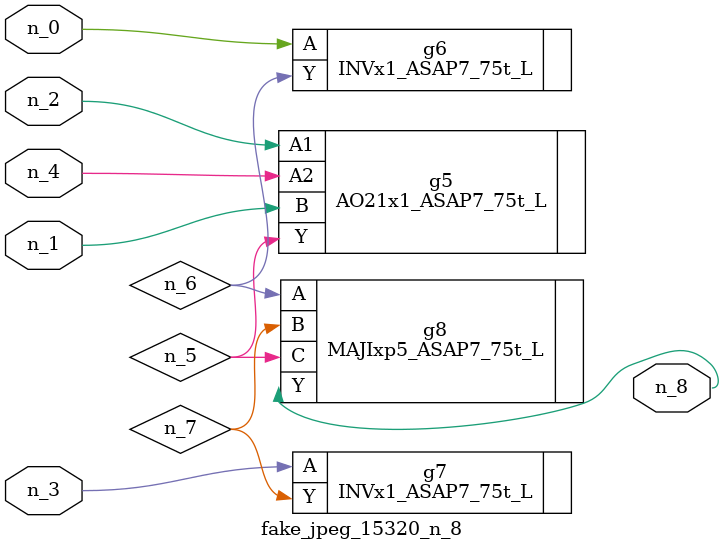
<source format=v>
module fake_jpeg_15320_n_8 (n_3, n_2, n_1, n_0, n_4, n_8);

input n_3;
input n_2;
input n_1;
input n_0;
input n_4;

output n_8;

wire n_6;
wire n_5;
wire n_7;

AO21x1_ASAP7_75t_L g5 ( 
.A1(n_2),
.A2(n_4),
.B(n_1),
.Y(n_5)
);

INVx1_ASAP7_75t_L g6 ( 
.A(n_0),
.Y(n_6)
);

INVx1_ASAP7_75t_L g7 ( 
.A(n_3),
.Y(n_7)
);

MAJIxp5_ASAP7_75t_L g8 ( 
.A(n_6),
.B(n_7),
.C(n_5),
.Y(n_8)
);


endmodule
</source>
